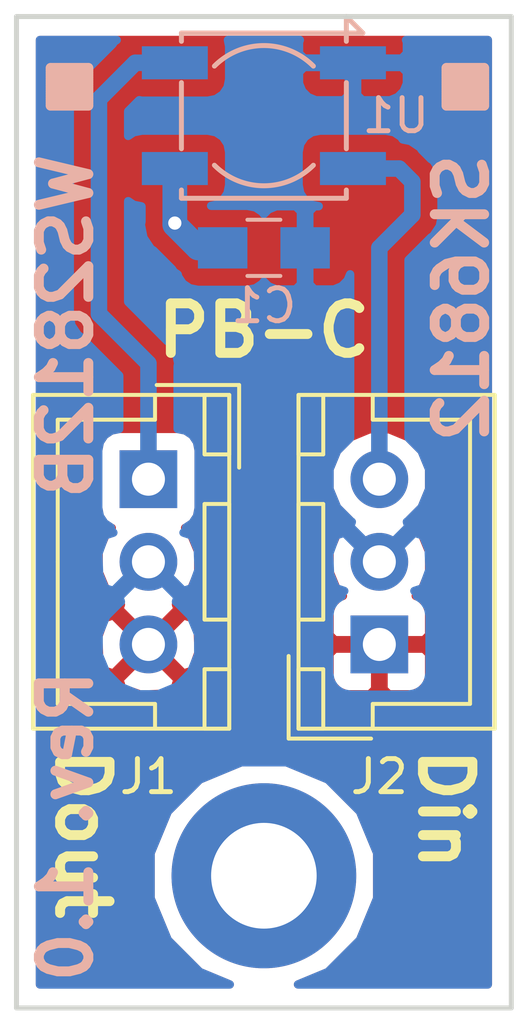
<source format=kicad_pcb>
(kicad_pcb (version 20171130) (host pcbnew "(5.0.0)")

  (general
    (thickness 1.6)
    (drawings 10)
    (tracks 16)
    (zones 0)
    (modules 5)
    (nets 5)
  )

  (page A4)
  (layers
    (0 F.Cu signal)
    (31 B.Cu signal)
    (32 B.Adhes user)
    (33 F.Adhes user)
    (34 B.Paste user)
    (35 F.Paste user)
    (36 B.SilkS user)
    (37 F.SilkS user)
    (38 B.Mask user)
    (39 F.Mask user)
    (40 Dwgs.User user)
    (41 Cmts.User user)
    (42 Eco1.User user)
    (43 Eco2.User user)
    (44 Edge.Cuts user)
    (45 Margin user hide)
    (46 B.CrtYd user hide)
    (47 F.CrtYd user hide)
    (48 B.Fab user hide)
    (49 F.Fab user hide)
  )

  (setup
    (last_trace_width 0.25)
    (trace_clearance 0.2)
    (zone_clearance 0.508)
    (zone_45_only no)
    (trace_min 0.2)
    (segment_width 0.2)
    (edge_width 0.15)
    (via_size 0.6)
    (via_drill 0.4)
    (via_min_size 0.4)
    (via_min_drill 0.3)
    (uvia_size 0.3)
    (uvia_drill 0.1)
    (uvias_allowed no)
    (uvia_min_size 0.2)
    (uvia_min_drill 0.1)
    (pcb_text_width 0.3)
    (pcb_text_size 1.5 1.5)
    (mod_edge_width 0.15)
    (mod_text_size 1 1)
    (mod_text_width 0.15)
    (pad_size 1.524 1.524)
    (pad_drill 0.762)
    (pad_to_mask_clearance 0.2)
    (aux_axis_origin 0 0)
    (visible_elements 7FFFFFFF)
    (pcbplotparams
      (layerselection 0x010f0_ffffffff)
      (usegerberextensions false)
      (usegerberattributes true)
      (usegerberadvancedattributes false)
      (creategerberjobfile false)
      (excludeedgelayer false)
      (linewidth 0.100000)
      (plotframeref false)
      (viasonmask false)
      (mode 1)
      (useauxorigin true)
      (hpglpennumber 1)
      (hpglpenspeed 20)
      (hpglpendiameter 15.000000)
      (psnegative false)
      (psa4output false)
      (plotreference true)
      (plotvalue true)
      (plotinvisibletext false)
      (padsonsilk false)
      (subtractmaskfromsilk false)
      (outputformat 1)
      (mirror false)
      (drillshape 0)
      (scaleselection 1)
      (outputdirectory "output/gerber/"))
  )

  (net 0 "")
  (net 1 "Net-(C1-Pad1)")
  (net 2 "Net-(C1-Pad2)")
  (net 3 "Net-(J2-Pad3)")
  (net 4 "Net-(J1-Pad1)")

  (net_class Default "Dit is de standaard class."
    (clearance 0.2)
    (trace_width 0.25)
    (via_dia 0.6)
    (via_drill 0.4)
    (uvia_dia 0.3)
    (uvia_drill 0.1)
  )

  (net_class Data ""
    (clearance 0.2)
    (trace_width 0.5)
    (via_dia 0.6)
    (via_drill 0.4)
    (uvia_dia 0.3)
    (uvia_drill 0.1)
    (add_net "Net-(J1-Pad1)")
    (add_net "Net-(J2-Pad3)")
  )

  (net_class Power ""
    (clearance 0.2)
    (trace_width 0.75)
    (via_dia 0.6)
    (via_drill 0.4)
    (uvia_dia 0.3)
    (uvia_drill 0.1)
    (add_net "Net-(C1-Pad1)")
    (add_net "Net-(C1-Pad2)")
  )

  (module Mounting_Holes:MountingHole_3.2mm_M3_DIN965_Pad (layer F.Cu) (tedit 5B3E8485) (tstamp 5B3E7277)
    (at 22.5 41)
    (descr "Mounting Hole 3.2mm, M3, DIN965")
    (tags "mounting hole 3.2mm m3 din965")
    (attr virtual)
    (fp_text reference REF** (at 0 -3.8) (layer F.SilkS) hide
      (effects (font (size 1 1) (thickness 0.15)))
    )
    (fp_text value MountingHole_3.2mm_M3_DIN965_Pad (at 0 3.8) (layer F.Fab)
      (effects (font (size 1 1) (thickness 0.15)))
    )
    (fp_text user %R (at 0.3 0) (layer F.Fab)
      (effects (font (size 1 1) (thickness 0.15)))
    )
    (fp_circle (center 0 0) (end 2.8 0) (layer Cmts.User) (width 0.15))
    (fp_circle (center 0 0) (end 3.05 0) (layer F.CrtYd) (width 0.05))
    (pad 1 thru_hole circle (at 0 0) (size 5.6 5.6) (drill 3.2) (layers *.Cu *.Mask))
  )

  (module Capacitors_SMD:C_0805_HandSoldering (layer B.Cu) (tedit 58AA84A8) (tstamp 5B3E74D7)
    (at 22.5 22)
    (descr "Capacitor SMD 0805, hand soldering")
    (tags "capacitor 0805")
    (path /5B3D35E3)
    (attr smd)
    (fp_text reference C1 (at 0 1.75) (layer B.SilkS)
      (effects (font (size 1 1) (thickness 0.15)) (justify mirror))
    )
    (fp_text value 100nF (at 0 -1.75) (layer B.Fab)
      (effects (font (size 1 1) (thickness 0.15)) (justify mirror))
    )
    (fp_text user %R (at 0 1.75) (layer B.Fab)
      (effects (font (size 1 1) (thickness 0.15)) (justify mirror))
    )
    (fp_line (start -1 -0.62) (end -1 0.62) (layer B.Fab) (width 0.1))
    (fp_line (start 1 -0.62) (end -1 -0.62) (layer B.Fab) (width 0.1))
    (fp_line (start 1 0.62) (end 1 -0.62) (layer B.Fab) (width 0.1))
    (fp_line (start -1 0.62) (end 1 0.62) (layer B.Fab) (width 0.1))
    (fp_line (start 0.5 0.85) (end -0.5 0.85) (layer B.SilkS) (width 0.12))
    (fp_line (start -0.5 -0.85) (end 0.5 -0.85) (layer B.SilkS) (width 0.12))
    (fp_line (start -2.25 0.88) (end 2.25 0.88) (layer B.CrtYd) (width 0.05))
    (fp_line (start -2.25 0.88) (end -2.25 -0.87) (layer B.CrtYd) (width 0.05))
    (fp_line (start 2.25 -0.87) (end 2.25 0.88) (layer B.CrtYd) (width 0.05))
    (fp_line (start 2.25 -0.87) (end -2.25 -0.87) (layer B.CrtYd) (width 0.05))
    (pad 1 smd rect (at -1.25 0) (size 1.5 1.25) (layers B.Cu B.Paste B.Mask)
      (net 1 "Net-(C1-Pad1)"))
    (pad 2 smd rect (at 1.25 0) (size 1.5 1.25) (layers B.Cu B.Paste B.Mask)
      (net 2 "Net-(C1-Pad2)"))
    (model Capacitors_SMD.3dshapes/C_0805.wrl
      (at (xyz 0 0 0))
      (scale (xyz 1 1 1))
      (rotate (xyz 0 0 0))
    )
  )

  (module Connectors_JST:JST_XH_B03B-XH-A_03x2.50mm_Straight (layer F.Cu) (tedit 5B410A7D) (tstamp 5B3E7501)
    (at 19 29 270)
    (descr "JST XH series connector, B03B-XH-A, top entry type, through hole")
    (tags "connector jst xh tht top vertical 2.50mm")
    (path /5B3D3551)
    (fp_text reference J1 (at 9 0 180) (layer F.SilkS)
      (effects (font (size 1 1) (thickness 0.15)))
    )
    (fp_text value CONN_01X03 (at 2.5 4.5 270) (layer F.Fab)
      (effects (font (size 1 1) (thickness 0.15)))
    )
    (fp_line (start -2.45 -2.35) (end -2.45 3.4) (layer F.Fab) (width 0.1))
    (fp_line (start -2.45 3.4) (end 7.45 3.4) (layer F.Fab) (width 0.1))
    (fp_line (start 7.45 3.4) (end 7.45 -2.35) (layer F.Fab) (width 0.1))
    (fp_line (start 7.45 -2.35) (end -2.45 -2.35) (layer F.Fab) (width 0.1))
    (fp_line (start -2.95 -2.85) (end -2.95 3.9) (layer F.CrtYd) (width 0.05))
    (fp_line (start -2.95 3.9) (end 7.95 3.9) (layer F.CrtYd) (width 0.05))
    (fp_line (start 7.95 3.9) (end 7.95 -2.85) (layer F.CrtYd) (width 0.05))
    (fp_line (start 7.95 -2.85) (end -2.95 -2.85) (layer F.CrtYd) (width 0.05))
    (fp_line (start -2.55 -2.45) (end -2.55 3.5) (layer F.SilkS) (width 0.12))
    (fp_line (start -2.55 3.5) (end 7.55 3.5) (layer F.SilkS) (width 0.12))
    (fp_line (start 7.55 3.5) (end 7.55 -2.45) (layer F.SilkS) (width 0.12))
    (fp_line (start 7.55 -2.45) (end -2.55 -2.45) (layer F.SilkS) (width 0.12))
    (fp_line (start 0.75 -2.45) (end 0.75 -1.7) (layer F.SilkS) (width 0.12))
    (fp_line (start 0.75 -1.7) (end 4.25 -1.7) (layer F.SilkS) (width 0.12))
    (fp_line (start 4.25 -1.7) (end 4.25 -2.45) (layer F.SilkS) (width 0.12))
    (fp_line (start 4.25 -2.45) (end 0.75 -2.45) (layer F.SilkS) (width 0.12))
    (fp_line (start -2.55 -2.45) (end -2.55 -1.7) (layer F.SilkS) (width 0.12))
    (fp_line (start -2.55 -1.7) (end -0.75 -1.7) (layer F.SilkS) (width 0.12))
    (fp_line (start -0.75 -1.7) (end -0.75 -2.45) (layer F.SilkS) (width 0.12))
    (fp_line (start -0.75 -2.45) (end -2.55 -2.45) (layer F.SilkS) (width 0.12))
    (fp_line (start 5.75 -2.45) (end 5.75 -1.7) (layer F.SilkS) (width 0.12))
    (fp_line (start 5.75 -1.7) (end 7.55 -1.7) (layer F.SilkS) (width 0.12))
    (fp_line (start 7.55 -1.7) (end 7.55 -2.45) (layer F.SilkS) (width 0.12))
    (fp_line (start 7.55 -2.45) (end 5.75 -2.45) (layer F.SilkS) (width 0.12))
    (fp_line (start -2.55 -0.2) (end -1.8 -0.2) (layer F.SilkS) (width 0.12))
    (fp_line (start -1.8 -0.2) (end -1.8 2.75) (layer F.SilkS) (width 0.12))
    (fp_line (start -1.8 2.75) (end 2.5 2.75) (layer F.SilkS) (width 0.12))
    (fp_line (start 7.55 -0.2) (end 6.8 -0.2) (layer F.SilkS) (width 0.12))
    (fp_line (start 6.8 -0.2) (end 6.8 2.75) (layer F.SilkS) (width 0.12))
    (fp_line (start 6.8 2.75) (end 2.5 2.75) (layer F.SilkS) (width 0.12))
    (fp_line (start -0.35 -2.75) (end -2.85 -2.75) (layer F.SilkS) (width 0.12))
    (fp_line (start -2.85 -2.75) (end -2.85 -0.25) (layer F.SilkS) (width 0.12))
    (fp_line (start -0.35 -2.75) (end -2.85 -2.75) (layer F.Fab) (width 0.1))
    (fp_line (start -2.85 -2.75) (end -2.85 -0.25) (layer F.Fab) (width 0.1))
    (fp_text user %R (at 2.5 2.5 270) (layer F.Fab)
      (effects (font (size 1 1) (thickness 0.15)))
    )
    (pad 1 thru_hole rect (at 0 0 270) (size 1.75 1.75) (drill 1) (layers *.Cu *.Mask)
      (net 4 "Net-(J1-Pad1)"))
    (pad 2 thru_hole circle (at 2.5 0 270) (size 1.75 1.75) (drill 1) (layers *.Cu *.Mask)
      (net 2 "Net-(C1-Pad2)"))
    (pad 3 thru_hole circle (at 5 0 270) (size 1.75 1.75) (drill 1) (layers *.Cu *.Mask)
      (net 1 "Net-(C1-Pad1)"))
    (model Connectors_JST.3dshapes/JST_XH_B03B-XH-A_03x2.50mm_Straight.wrl
      (at (xyz 0 0 0))
      (scale (xyz 1 1 1))
      (rotate (xyz 0 0 0))
    )
  )

  (module Connectors_JST:JST_XH_B03B-XH-A_03x2.50mm_Straight (layer F.Cu) (tedit 5B410A7B) (tstamp 5B3E752B)
    (at 26 34 90)
    (descr "JST XH series connector, B03B-XH-A, top entry type, through hole")
    (tags "connector jst xh tht top vertical 2.50mm")
    (path /5B3D35AF)
    (fp_text reference J2 (at -4 0) (layer F.SilkS)
      (effects (font (size 1 1) (thickness 0.15)))
    )
    (fp_text value CONN_01X03 (at 2.5 4.5 90) (layer F.Fab)
      (effects (font (size 1 1) (thickness 0.15)))
    )
    (fp_line (start -2.45 -2.35) (end -2.45 3.4) (layer F.Fab) (width 0.1))
    (fp_line (start -2.45 3.4) (end 7.45 3.4) (layer F.Fab) (width 0.1))
    (fp_line (start 7.45 3.4) (end 7.45 -2.35) (layer F.Fab) (width 0.1))
    (fp_line (start 7.45 -2.35) (end -2.45 -2.35) (layer F.Fab) (width 0.1))
    (fp_line (start -2.95 -2.85) (end -2.95 3.9) (layer F.CrtYd) (width 0.05))
    (fp_line (start -2.95 3.9) (end 7.95 3.9) (layer F.CrtYd) (width 0.05))
    (fp_line (start 7.95 3.9) (end 7.95 -2.85) (layer F.CrtYd) (width 0.05))
    (fp_line (start 7.95 -2.85) (end -2.95 -2.85) (layer F.CrtYd) (width 0.05))
    (fp_line (start -2.55 -2.45) (end -2.55 3.5) (layer F.SilkS) (width 0.12))
    (fp_line (start -2.55 3.5) (end 7.55 3.5) (layer F.SilkS) (width 0.12))
    (fp_line (start 7.55 3.5) (end 7.55 -2.45) (layer F.SilkS) (width 0.12))
    (fp_line (start 7.55 -2.45) (end -2.55 -2.45) (layer F.SilkS) (width 0.12))
    (fp_line (start 0.75 -2.45) (end 0.75 -1.7) (layer F.SilkS) (width 0.12))
    (fp_line (start 0.75 -1.7) (end 4.25 -1.7) (layer F.SilkS) (width 0.12))
    (fp_line (start 4.25 -1.7) (end 4.25 -2.45) (layer F.SilkS) (width 0.12))
    (fp_line (start 4.25 -2.45) (end 0.75 -2.45) (layer F.SilkS) (width 0.12))
    (fp_line (start -2.55 -2.45) (end -2.55 -1.7) (layer F.SilkS) (width 0.12))
    (fp_line (start -2.55 -1.7) (end -0.75 -1.7) (layer F.SilkS) (width 0.12))
    (fp_line (start -0.75 -1.7) (end -0.75 -2.45) (layer F.SilkS) (width 0.12))
    (fp_line (start -0.75 -2.45) (end -2.55 -2.45) (layer F.SilkS) (width 0.12))
    (fp_line (start 5.75 -2.45) (end 5.75 -1.7) (layer F.SilkS) (width 0.12))
    (fp_line (start 5.75 -1.7) (end 7.55 -1.7) (layer F.SilkS) (width 0.12))
    (fp_line (start 7.55 -1.7) (end 7.55 -2.45) (layer F.SilkS) (width 0.12))
    (fp_line (start 7.55 -2.45) (end 5.75 -2.45) (layer F.SilkS) (width 0.12))
    (fp_line (start -2.55 -0.2) (end -1.8 -0.2) (layer F.SilkS) (width 0.12))
    (fp_line (start -1.8 -0.2) (end -1.8 2.75) (layer F.SilkS) (width 0.12))
    (fp_line (start -1.8 2.75) (end 2.5 2.75) (layer F.SilkS) (width 0.12))
    (fp_line (start 7.55 -0.2) (end 6.8 -0.2) (layer F.SilkS) (width 0.12))
    (fp_line (start 6.8 -0.2) (end 6.8 2.75) (layer F.SilkS) (width 0.12))
    (fp_line (start 6.8 2.75) (end 2.5 2.75) (layer F.SilkS) (width 0.12))
    (fp_line (start -0.35 -2.75) (end -2.85 -2.75) (layer F.SilkS) (width 0.12))
    (fp_line (start -2.85 -2.75) (end -2.85 -0.25) (layer F.SilkS) (width 0.12))
    (fp_line (start -0.35 -2.75) (end -2.85 -2.75) (layer F.Fab) (width 0.1))
    (fp_line (start -2.85 -2.75) (end -2.85 -0.25) (layer F.Fab) (width 0.1))
    (fp_text user %R (at 2.5 2.5 90) (layer F.Fab)
      (effects (font (size 1 1) (thickness 0.15)))
    )
    (pad 1 thru_hole rect (at 0 0 90) (size 1.75 1.75) (drill 1) (layers *.Cu *.Mask)
      (net 1 "Net-(C1-Pad1)"))
    (pad 2 thru_hole circle (at 2.5 0 90) (size 1.75 1.75) (drill 1) (layers *.Cu *.Mask)
      (net 2 "Net-(C1-Pad2)"))
    (pad 3 thru_hole circle (at 5 0 90) (size 1.75 1.75) (drill 1) (layers *.Cu *.Mask)
      (net 3 "Net-(J2-Pad3)"))
    (model Connectors_JST.3dshapes/JST_XH_B03B-XH-A_03x2.50mm_Straight.wrl
      (at (xyz 0 0 0))
      (scale (xyz 1 1 1))
      (rotate (xyz 0 0 0))
    )
  )

  (module serial_led:SK6812_HandSoldering (layer B.Cu) (tedit 5B3E8458) (tstamp 5B3E7540)
    (at 22.5 18)
    (path /5B3E67DB)
    (fp_text reference U1 (at 4 0) (layer B.SilkS)
      (effects (font (size 1 1) (thickness 0.15)) (justify mirror))
    )
    (fp_text value SK6812 (at 0 4) (layer B.Fab)
      (effects (font (size 1 1) (thickness 0.15)) (justify mirror))
    )
    (fp_line (start 2.5 1) (end 2.5 -1) (layer B.SilkS) (width 0.15))
    (fp_line (start -2.5 -1) (end -2.5 1) (layer B.SilkS) (width 0.15))
    (fp_line (start 2.5 -2.5) (end 2.5 -3) (layer B.SilkS) (width 0.15))
    (fp_line (start 2.5 -3) (end 3 -2.5) (layer B.SilkS) (width 0.15))
    (fp_line (start 3 -2.5) (end 2.5 -2.5) (layer B.SilkS) (width 0.15))
    (fp_arc (start 0 0) (end 1.5 -1.5) (angle -90) (layer B.SilkS) (width 0.15))
    (fp_arc (start 0 0) (end -1.5 1.5) (angle -90) (layer B.SilkS) (width 0.15))
    (fp_line (start 2.5 2.5) (end 2.5 2.25) (layer B.SilkS) (width 0.15))
    (fp_line (start 2.5 -2.5) (end 2.5 -2.25) (layer B.SilkS) (width 0.15))
    (fp_line (start -2.5 -2.25) (end -2.5 -2.5) (layer B.SilkS) (width 0.15))
    (fp_line (start -2.5 2.5) (end -2.5 2.25) (layer B.SilkS) (width 0.15))
    (fp_line (start -2.5 2.5) (end 2.5 2.5) (layer B.SilkS) (width 0.15))
    (fp_line (start 2.5 -2.5) (end -2.5 -2.5) (layer B.SilkS) (width 0.15))
    (pad 1 smd rect (at 2.7 -1.6) (size 2 1) (layers B.Cu B.Paste B.Mask)
      (net 2 "Net-(C1-Pad2)"))
    (pad 2 smd rect (at 2.7 1.6) (size 2 1) (layers B.Cu B.Paste B.Mask)
      (net 3 "Net-(J2-Pad3)"))
    (pad 3 smd rect (at -2.7 1.6) (size 2 1) (layers B.Cu B.Paste B.Mask)
      (net 1 "Net-(C1-Pad1)"))
    (pad 4 smd rect (at -2.7 -1.6) (size 2 1) (layers B.Cu B.Paste B.Mask)
      (net 4 "Net-(J1-Pad1)"))
  )

  (gr_text "Rev. 1.0" (at 16.5 39.5 90) (layer B.SilkS)
    (effects (font (size 1.5 1.5) (thickness 0.3)) (justify mirror))
  )
  (gr_text "◼ SK6812\n" (at 28.5 16 90) (layer B.SilkS)
    (effects (font (size 1.5 1.5) (thickness 0.3)) (justify left mirror))
  )
  (gr_text "◼ WS2812B" (at 16.5 16 90) (layer B.SilkS)
    (effects (font (size 1.5 1.5) (thickness 0.3)) (justify left mirror))
  )
  (gr_text PB-C (at 22.5 24.5) (layer F.SilkS)
    (effects (font (size 1.5 1.5) (thickness 0.3)))
  )
  (gr_text "Dout\n" (at 17 37 270) (layer F.SilkS)
    (effects (font (size 1.5 1.5) (thickness 0.3)) (justify left))
  )
  (gr_text "Din\n" (at 28 37 270) (layer F.SilkS)
    (effects (font (size 1.5 1.5) (thickness 0.3)) (justify left))
  )
  (gr_line (start 15 45) (end 15 15) (angle 90) (layer Edge.Cuts) (width 0.15))
  (gr_line (start 30 45) (end 15 45) (angle 90) (layer Edge.Cuts) (width 0.15))
  (gr_line (start 30 15) (end 30 45) (angle 90) (layer Edge.Cuts) (width 0.15))
  (gr_line (start 15 15) (end 30 15) (angle 90) (layer Edge.Cuts) (width 0.15))

  (via (at 19.8 21.25) (size 0.6) (drill 0.4) (layers F.Cu B.Cu) (net 1))
  (segment (start 19.8 21.25) (end 19.75 21.25) (width 0.75) (layer F.Cu) (net 1) (tstamp 5B4076AF))
  (segment (start 21.25 22) (end 20.5 22) (width 0.75) (layer B.Cu) (net 1))
  (segment (start 19.8 19.6) (end 19.8 21.25) (width 0.75) (layer B.Cu) (net 1))
  (segment (start 19.8 21.25) (end 19.8 21.3) (width 0.75) (layer B.Cu) (net 1) (tstamp 5B407697))
  (segment (start 19.8 21.3) (end 20.5 22) (width 0.75) (layer B.Cu) (net 1) (tstamp 5B3E8306))
  (segment (start 26 29) (end 26 22) (width 0.5) (layer B.Cu) (net 3))
  (segment (start 26.6 19.6) (end 25.2 19.6) (width 0.5) (layer B.Cu) (net 3) (tstamp 5B3E81FC))
  (segment (start 27 20) (end 26.6 19.6) (width 0.5) (layer B.Cu) (net 3) (tstamp 5B3E81FB))
  (segment (start 27 21) (end 27 20) (width 0.5) (layer B.Cu) (net 3) (tstamp 5B3E81F7))
  (segment (start 26 22) (end 27 21) (width 0.5) (layer B.Cu) (net 3) (tstamp 5B3E81F4))
  (segment (start 19 29) (end 19 25.5) (width 0.5) (layer B.Cu) (net 4))
  (segment (start 18.6 16.4) (end 19.8 16.4) (width 0.5) (layer B.Cu) (net 4) (tstamp 5B40761A))
  (segment (start 17.5 17.5) (end 18.6 16.4) (width 0.5) (layer B.Cu) (net 4) (tstamp 5B407619))
  (segment (start 17.5 24) (end 17.5 17.5) (width 0.5) (layer B.Cu) (net 4) (tstamp 5B40760D))
  (segment (start 19 25.5) (end 17.5 24) (width 0.5) (layer B.Cu) (net 4) (tstamp 5B407607))

  (zone (net 2) (net_name "Net-(C1-Pad2)") (layer B.Cu) (tstamp 5B3E822B) (hatch edge 0.508)
    (connect_pads (clearance 0.508))
    (min_thickness 0.254)
    (fill yes (arc_segments 16) (thermal_gap 0.508) (thermal_bridge_width 0.508))
    (polygon
      (pts
        (xy 30.5 45.5) (xy 14.5 45.5) (xy 14.5 14.5) (xy 30.5 14.5)
      )
    )
    (filled_polygon
      (pts
        (xy 18.035845 15.712576) (xy 18.035844 15.712577) (xy 17.961951 15.761951) (xy 17.912577 15.835844) (xy 16.935845 16.812577)
        (xy 16.861952 16.861951) (xy 16.812578 16.935844) (xy 16.812576 16.935846) (xy 16.666348 17.154691) (xy 16.597663 17.5)
        (xy 16.615001 17.587165) (xy 16.615 23.912839) (xy 16.597663 24) (xy 16.615 24.087161) (xy 16.615 24.087164)
        (xy 16.666348 24.345309) (xy 16.861951 24.638049) (xy 16.935847 24.687425) (xy 18.115001 25.86658) (xy 18.115 27.479549)
        (xy 17.877235 27.526843) (xy 17.667191 27.667191) (xy 17.526843 27.877235) (xy 17.47756 28.125) (xy 17.47756 29.875)
        (xy 17.526843 30.122765) (xy 17.667191 30.332809) (xy 17.862745 30.463475) (xy 17.823306 30.502914) (xy 17.937938 30.617546)
        (xy 17.684047 30.700884) (xy 17.47841 31.265306) (xy 17.504421 31.865458) (xy 17.684047 32.299116) (xy 17.93794 32.382455)
        (xy 18.820395 31.5) (xy 18.806253 31.485858) (xy 18.985858 31.306253) (xy 19 31.320395) (xy 19.014143 31.306253)
        (xy 19.193748 31.485858) (xy 19.179605 31.5) (xy 20.06206 32.382455) (xy 20.315953 32.299116) (xy 20.52159 31.734694)
        (xy 20.495579 31.134542) (xy 20.315953 30.700884) (xy 20.062062 30.617546) (xy 20.176694 30.502914) (xy 20.137255 30.463475)
        (xy 20.332809 30.332809) (xy 20.473157 30.122765) (xy 20.52244 29.875) (xy 20.52244 28.125) (xy 20.473157 27.877235)
        (xy 20.332809 27.667191) (xy 20.122765 27.526843) (xy 19.885 27.479549) (xy 19.885 25.587159) (xy 19.902337 25.499999)
        (xy 19.885 25.412839) (xy 19.885 25.412835) (xy 19.833652 25.15469) (xy 19.638049 24.861951) (xy 19.564156 24.812577)
        (xy 18.385 23.633422) (xy 18.385 20.586413) (xy 18.552235 20.698157) (xy 18.790001 20.745451) (xy 18.790001 21.150521)
        (xy 18.79 21.150525) (xy 18.79 21.200529) (xy 18.770214 21.3) (xy 18.79 21.399471) (xy 18.79 21.399476)
        (xy 18.848601 21.694082) (xy 19.071831 22.028169) (xy 19.156162 22.084517) (xy 19.715484 22.64384) (xy 19.771831 22.728169)
        (xy 19.85616 22.784516) (xy 19.856161 22.784517) (xy 19.888601 22.806193) (xy 19.901843 22.872765) (xy 20.042191 23.082809)
        (xy 20.252235 23.223157) (xy 20.5 23.27244) (xy 22 23.27244) (xy 22.247765 23.223157) (xy 22.457809 23.082809)
        (xy 22.498654 23.02168) (xy 22.640302 23.163327) (xy 22.873691 23.26) (xy 23.46425 23.26) (xy 23.623 23.10125)
        (xy 23.623 22.127) (xy 23.603 22.127) (xy 23.603 21.873) (xy 23.623 21.873) (xy 23.623 20.89875)
        (xy 23.46425 20.74) (xy 22.873691 20.74) (xy 22.640302 20.836673) (xy 22.498654 20.97832) (xy 22.457809 20.917191)
        (xy 22.247765 20.776843) (xy 22 20.72756) (xy 20.899945 20.72756) (xy 21.047765 20.698157) (xy 21.257809 20.557809)
        (xy 21.398157 20.347765) (xy 21.44744 20.1) (xy 21.44744 19.1) (xy 23.55256 19.1) (xy 23.55256 20.1)
        (xy 23.601843 20.347765) (xy 23.742191 20.557809) (xy 23.952235 20.698157) (xy 24.162596 20.74) (xy 24.03575 20.74)
        (xy 23.877 20.89875) (xy 23.877 21.873) (xy 23.897 21.873) (xy 23.897 22.127) (xy 23.877 22.127)
        (xy 23.877 23.10125) (xy 24.03575 23.26) (xy 24.626309 23.26) (xy 24.859698 23.163327) (xy 25.038327 22.984699)
        (xy 25.115001 22.799592) (xy 25.115 27.749538) (xy 24.719884 28.144654) (xy 24.49 28.699642) (xy 24.49 29.300358)
        (xy 24.719884 29.855346) (xy 25.144654 30.280116) (xy 25.166394 30.289121) (xy 25.117545 30.43794) (xy 26 31.320395)
        (xy 26.882455 30.43794) (xy 26.833606 30.289121) (xy 26.855346 30.280116) (xy 27.280116 29.855346) (xy 27.51 29.300358)
        (xy 27.51 28.699642) (xy 27.280116 28.144654) (xy 26.885 27.749538) (xy 26.885 22.366578) (xy 27.564156 21.687423)
        (xy 27.638049 21.638049) (xy 27.773158 21.435846) (xy 27.833652 21.34531) (xy 27.852871 21.24869) (xy 27.885 21.087165)
        (xy 27.885 21.087161) (xy 27.902337 21) (xy 27.885 20.912839) (xy 27.885 20.087159) (xy 27.902337 19.999999)
        (xy 27.885 19.912839) (xy 27.885 19.912835) (xy 27.833652 19.65469) (xy 27.638049 19.361951) (xy 27.564153 19.312575)
        (xy 27.287425 19.035847) (xy 27.238049 18.961951) (xy 26.94531 18.766348) (xy 26.709416 18.719426) (xy 26.657809 18.642191)
        (xy 26.447765 18.501843) (xy 26.2 18.45256) (xy 24.2 18.45256) (xy 23.952235 18.501843) (xy 23.742191 18.642191)
        (xy 23.601843 18.852235) (xy 23.55256 19.1) (xy 21.44744 19.1) (xy 21.398157 18.852235) (xy 21.257809 18.642191)
        (xy 21.047765 18.501843) (xy 20.8 18.45256) (xy 18.8 18.45256) (xy 18.552235 18.501843) (xy 18.385 18.613587)
        (xy 18.385 17.866578) (xy 18.720043 17.531536) (xy 18.8 17.54744) (xy 20.8 17.54744) (xy 21.047765 17.498157)
        (xy 21.257809 17.357809) (xy 21.398157 17.147765) (xy 21.44744 16.9) (xy 21.44744 16.68575) (xy 23.565 16.68575)
        (xy 23.565 17.02631) (xy 23.661673 17.259699) (xy 23.840302 17.438327) (xy 24.073691 17.535) (xy 24.91425 17.535)
        (xy 25.073 17.37625) (xy 25.073 16.527) (xy 25.327 16.527) (xy 25.327 17.37625) (xy 25.48575 17.535)
        (xy 26.326309 17.535) (xy 26.559698 17.438327) (xy 26.738327 17.259699) (xy 26.835 17.02631) (xy 26.835 16.68575)
        (xy 26.67625 16.527) (xy 25.327 16.527) (xy 25.073 16.527) (xy 23.72375 16.527) (xy 23.565 16.68575)
        (xy 21.44744 16.68575) (xy 21.44744 15.9) (xy 21.409647 15.71) (xy 23.591381 15.71) (xy 23.565 15.77369)
        (xy 23.565 16.11425) (xy 23.72375 16.273) (xy 25.073 16.273) (xy 25.073 16.253) (xy 25.327 16.253)
        (xy 25.327 16.273) (xy 26.67625 16.273) (xy 26.835 16.11425) (xy 26.835 15.77369) (xy 26.808619 15.71)
        (xy 29.29 15.71) (xy 29.290001 44.29) (xy 23.533325 44.29) (xy 24.445771 43.912053) (xy 25.412053 42.945771)
        (xy 25.935 41.683264) (xy 25.935 40.316736) (xy 25.412053 39.054229) (xy 24.445771 38.087947) (xy 23.183264 37.565)
        (xy 21.816736 37.565) (xy 20.554229 38.087947) (xy 19.587947 39.054229) (xy 19.065 40.316736) (xy 19.065 41.683264)
        (xy 19.587947 42.945771) (xy 20.554229 43.912053) (xy 21.466675 44.29) (xy 15.71 44.29) (xy 15.71 33.699642)
        (xy 17.49 33.699642) (xy 17.49 34.300358) (xy 17.719884 34.855346) (xy 18.144654 35.280116) (xy 18.699642 35.51)
        (xy 19.300358 35.51) (xy 19.855346 35.280116) (xy 20.280116 34.855346) (xy 20.51 34.300358) (xy 20.51 33.699642)
        (xy 20.280116 33.144654) (xy 20.260462 33.125) (xy 24.47756 33.125) (xy 24.47756 34.875) (xy 24.526843 35.122765)
        (xy 24.667191 35.332809) (xy 24.877235 35.473157) (xy 25.125 35.52244) (xy 26.875 35.52244) (xy 27.122765 35.473157)
        (xy 27.332809 35.332809) (xy 27.473157 35.122765) (xy 27.52244 34.875) (xy 27.52244 33.125) (xy 27.473157 32.877235)
        (xy 27.332809 32.667191) (xy 27.137255 32.536525) (xy 27.176694 32.497086) (xy 27.062062 32.382454) (xy 27.315953 32.299116)
        (xy 27.52159 31.734694) (xy 27.495579 31.134542) (xy 27.315953 30.700884) (xy 27.06206 30.617545) (xy 26.179605 31.5)
        (xy 26.193748 31.514143) (xy 26.014143 31.693748) (xy 26 31.679605) (xy 25.985858 31.693748) (xy 25.806253 31.514143)
        (xy 25.820395 31.5) (xy 24.93794 30.617545) (xy 24.684047 30.700884) (xy 24.47841 31.265306) (xy 24.504421 31.865458)
        (xy 24.684047 32.299116) (xy 24.937938 32.382454) (xy 24.823306 32.497086) (xy 24.862745 32.536525) (xy 24.667191 32.667191)
        (xy 24.526843 32.877235) (xy 24.47756 33.125) (xy 20.260462 33.125) (xy 19.855346 32.719884) (xy 19.833606 32.710879)
        (xy 19.882455 32.56206) (xy 19 31.679605) (xy 18.117545 32.56206) (xy 18.166394 32.710879) (xy 18.144654 32.719884)
        (xy 17.719884 33.144654) (xy 17.49 33.699642) (xy 15.71 33.699642) (xy 15.71 15.71) (xy 18.0397 15.71)
      )
    )
  )
  (zone (net 1) (net_name "Net-(C1-Pad1)") (layer F.Cu) (tstamp 5B3E83AB) (hatch edge 0.508)
    (connect_pads (clearance 0.508))
    (min_thickness 0.254)
    (fill yes (arc_segments 16) (thermal_gap 0.508) (thermal_bridge_width 0.508))
    (polygon
      (pts
        (xy 30.5 45.5) (xy 14.5 45.5) (xy 14.5 14.5) (xy 30.5 14.5)
      )
    )
    (filled_polygon
      (pts
        (xy 29.290001 44.29) (xy 23.533325 44.29) (xy 24.445771 43.912053) (xy 25.412053 42.945771) (xy 25.935 41.683264)
        (xy 25.935 40.316736) (xy 25.412053 39.054229) (xy 24.445771 38.087947) (xy 23.183264 37.565) (xy 21.816736 37.565)
        (xy 20.554229 38.087947) (xy 19.587947 39.054229) (xy 19.065 40.316736) (xy 19.065 41.683264) (xy 19.587947 42.945771)
        (xy 20.554229 43.912053) (xy 21.466675 44.29) (xy 15.71 44.29) (xy 15.71 35.06206) (xy 18.117545 35.06206)
        (xy 18.200884 35.315953) (xy 18.765306 35.52159) (xy 19.365458 35.495579) (xy 19.799116 35.315953) (xy 19.882455 35.06206)
        (xy 19 34.179605) (xy 18.117545 35.06206) (xy 15.71 35.06206) (xy 15.71 33.765306) (xy 17.47841 33.765306)
        (xy 17.504421 34.365458) (xy 17.684047 34.799116) (xy 17.93794 34.882455) (xy 18.820395 34) (xy 19.179605 34)
        (xy 20.06206 34.882455) (xy 20.315953 34.799116) (xy 20.502988 34.28575) (xy 24.49 34.28575) (xy 24.49 35.001309)
        (xy 24.586673 35.234698) (xy 24.765301 35.413327) (xy 24.99869 35.51) (xy 25.71425 35.51) (xy 25.873 35.35125)
        (xy 25.873 34.127) (xy 26.127 34.127) (xy 26.127 35.35125) (xy 26.28575 35.51) (xy 27.00131 35.51)
        (xy 27.234699 35.413327) (xy 27.413327 35.234698) (xy 27.51 35.001309) (xy 27.51 34.28575) (xy 27.35125 34.127)
        (xy 26.127 34.127) (xy 25.873 34.127) (xy 24.64875 34.127) (xy 24.49 34.28575) (xy 20.502988 34.28575)
        (xy 20.52159 34.234694) (xy 20.495579 33.634542) (xy 20.315953 33.200884) (xy 20.06206 33.117545) (xy 19.179605 34)
        (xy 18.820395 34) (xy 17.93794 33.117545) (xy 17.684047 33.200884) (xy 17.47841 33.765306) (xy 15.71 33.765306)
        (xy 15.71 28.125) (xy 17.47756 28.125) (xy 17.47756 29.875) (xy 17.526843 30.122765) (xy 17.667191 30.332809)
        (xy 17.877235 30.473157) (xy 17.889034 30.475504) (xy 17.719884 30.644654) (xy 17.49 31.199642) (xy 17.49 31.800358)
        (xy 17.719884 32.355346) (xy 18.144654 32.780116) (xy 18.166394 32.789121) (xy 18.117545 32.93794) (xy 19 33.820395)
        (xy 19.882455 32.93794) (xy 19.833606 32.789121) (xy 19.855346 32.780116) (xy 20.280116 32.355346) (xy 20.51 31.800358)
        (xy 20.51 31.199642) (xy 20.280116 30.644654) (xy 20.110966 30.475504) (xy 20.122765 30.473157) (xy 20.332809 30.332809)
        (xy 20.473157 30.122765) (xy 20.52244 29.875) (xy 20.52244 28.699642) (xy 24.49 28.699642) (xy 24.49 29.300358)
        (xy 24.719884 29.855346) (xy 25.114538 30.25) (xy 24.719884 30.644654) (xy 24.49 31.199642) (xy 24.49 31.800358)
        (xy 24.719884 32.355346) (xy 24.896759 32.532221) (xy 24.765301 32.586673) (xy 24.586673 32.765302) (xy 24.49 32.998691)
        (xy 24.49 33.71425) (xy 24.64875 33.873) (xy 25.873 33.873) (xy 25.873 33.853) (xy 26.127 33.853)
        (xy 26.127 33.873) (xy 27.35125 33.873) (xy 27.51 33.71425) (xy 27.51 32.998691) (xy 27.413327 32.765302)
        (xy 27.234699 32.586673) (xy 27.103241 32.532221) (xy 27.280116 32.355346) (xy 27.51 31.800358) (xy 27.51 31.199642)
        (xy 27.280116 30.644654) (xy 26.885462 30.25) (xy 27.280116 29.855346) (xy 27.51 29.300358) (xy 27.51 28.699642)
        (xy 27.280116 28.144654) (xy 26.855346 27.719884) (xy 26.300358 27.49) (xy 25.699642 27.49) (xy 25.144654 27.719884)
        (xy 24.719884 28.144654) (xy 24.49 28.699642) (xy 20.52244 28.699642) (xy 20.52244 28.125) (xy 20.473157 27.877235)
        (xy 20.332809 27.667191) (xy 20.122765 27.526843) (xy 19.875 27.47756) (xy 18.125 27.47756) (xy 17.877235 27.526843)
        (xy 17.667191 27.667191) (xy 17.526843 27.877235) (xy 17.47756 28.125) (xy 15.71 28.125) (xy 15.71 15.71)
        (xy 29.29 15.71)
      )
    )
  )
)

</source>
